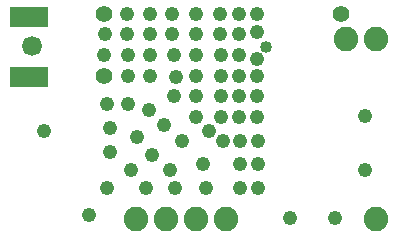
<source format=gbs>
G04 EasyPC Gerber Version 21.0.3 Build 4286 *
G04 #@! TF.Part,Single*
G04 #@! TF.FileFunction,Soldermask,Bot *
G04 #@! TF.FilePolarity,Negative *
%FSLAX35Y35*%
%MOIN*%
G04 #@! TA.AperFunction,ViaPad*
%ADD137C,0.03989*%
%ADD135C,0.04762*%
%ADD136C,0.05600*%
%ADD138C,0.06627*%
G04 #@! TA.AperFunction,WasherPad*
%ADD131C,0.08200*%
G04 #@! TA.AperFunction,SMDPad*
%ADD133R,0.12847X0.06800*%
X0Y0D02*
D02*
D131*
X52493Y11627D03*
X62493D03*
X72493D03*
X82493D03*
X122493Y71666D03*
X132493Y11627D03*
Y71666D03*
D02*
D133*
X16800Y59009D03*
Y79009D03*
D02*
D135*
Y58981D03*
Y78981D03*
X21800Y40981D03*
X36800Y12981D03*
X41926Y66272D03*
X42052Y73162D03*
X43036Y21981D03*
Y49981D03*
X43800Y33981D03*
Y41981D03*
X49434Y73162D03*
Y79981D03*
X49926Y49981D03*
Y59383D03*
Y66272D03*
X50800Y27981D03*
X52800Y38981D03*
X55800Y21981D03*
X56800Y47981D03*
X57308Y59383D03*
Y66272D03*
Y73162D03*
Y79981D03*
X57800Y32981D03*
X61800Y42981D03*
X63800Y27981D03*
X64690Y73162D03*
Y79981D03*
X65182Y52493D03*
Y66272D03*
X65674Y21981D03*
X65800Y58981D03*
X67800Y37729D03*
X72564Y45603D03*
Y52493D03*
Y59383D03*
Y66272D03*
Y73162D03*
Y79981D03*
X74800Y29855D03*
X75800Y21981D03*
X76800Y40981D03*
X80438Y73162D03*
Y79981D03*
X80930Y45603D03*
Y52493D03*
Y59383D03*
Y66272D03*
X81422Y37729D03*
X86800Y45603D03*
Y52493D03*
Y59383D03*
Y66272D03*
X86926Y73162D03*
Y79981D03*
X87288Y29855D03*
X87292Y21981D03*
Y37729D03*
X92800Y45603D03*
Y52493D03*
Y59383D03*
Y64981D03*
X92926Y73981D03*
Y79981D03*
X93288Y29981D03*
X93292Y21981D03*
Y37729D03*
X103800Y11981D03*
X118800D03*
X128800Y27981D03*
Y45981D03*
D02*
D136*
X41926Y59383D03*
Y79855D03*
X120800Y79981D03*
D02*
D137*
X95800Y68981D03*
D02*
D138*
X17800Y69166D03*
X0Y0D02*
M02*

</source>
